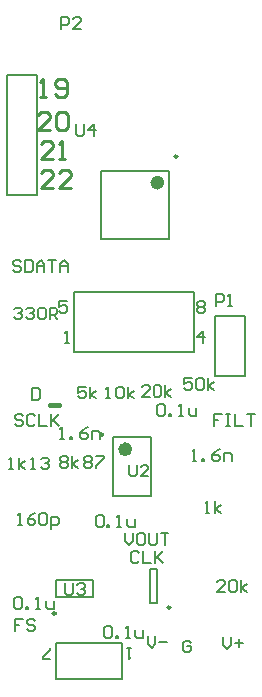
<source format=gto>
G04 Layer_Color=65535*
%FSLAX43Y43*%
%MOMM*%
G71*
G01*
G75*
%ADD19C,0.254*%
%ADD20C,0.200*%
%ADD40C,0.250*%
%ADD41C,0.600*%
%ADD42C,0.400*%
%ADD43C,0.184*%
D19*
X4016Y42700D02*
X3000D01*
X4016Y43716D01*
Y43970D01*
X3762Y44224D01*
X3254D01*
X3000Y43970D01*
X5539Y42700D02*
X4524D01*
X5539Y43716D01*
Y43970D01*
X5285Y44224D01*
X4777D01*
X4524Y43970D01*
X4016Y45200D02*
X3000D01*
X4016Y46216D01*
Y46470D01*
X3762Y46724D01*
X3254D01*
X3000Y46470D01*
X4524Y45200D02*
X5031D01*
X4777D01*
Y46724D01*
X4524Y46470D01*
X3716Y47600D02*
X2700D01*
X3716Y48616D01*
Y48870D01*
X3462Y49124D01*
X2954D01*
X2700Y48870D01*
X4224D02*
X4477Y49124D01*
X4985D01*
X5239Y48870D01*
Y47854D01*
X4985Y47600D01*
X4477D01*
X4224Y47854D01*
Y48870D01*
X2900Y50400D02*
X3408D01*
X3154D01*
Y51924D01*
X2900Y51670D01*
X4170Y50654D02*
X4424Y50400D01*
X4931D01*
X5185Y50654D01*
Y51670D01*
X4931Y51924D01*
X4424D01*
X4170Y51670D01*
Y51416D01*
X4424Y51162D01*
X5185D01*
D20*
X9100Y16600D02*
Y21600D01*
X12300Y16600D02*
Y21600D01*
X9100D02*
X12300D01*
X9100Y16600D02*
X12300D01*
X7350Y8100D02*
Y9500D01*
X4250Y8100D02*
Y9500D01*
X7350D01*
X4250Y8100D02*
X7350D01*
X12200Y7550D02*
X12800D01*
X12200Y10450D02*
X12800D01*
Y7550D02*
Y10450D01*
X12200Y7550D02*
Y10450D01*
X9870Y1130D02*
Y4200D01*
X4260Y1130D02*
X9870D01*
X4260D02*
Y4200D01*
X9870D01*
X130Y52310D02*
X2670D01*
Y42150D02*
Y52310D01*
X130Y42150D02*
Y52310D01*
Y42150D02*
X2670D01*
X5790Y28830D02*
X15950D01*
X5790D02*
Y33910D01*
X15950D01*
Y28830D02*
Y33910D01*
X20270Y26830D02*
Y31910D01*
X17730D02*
X20270D01*
X17730Y26830D02*
Y31910D01*
Y26830D02*
X20270D01*
X8075Y38425D02*
Y44175D01*
X13825Y38425D02*
Y44175D01*
X8075Y38425D02*
X13825D01*
X8075Y44175D02*
X13825D01*
D40*
X8200Y21830D02*
G03*
X8200Y21830I-125J0D01*
G01*
X4225Y6700D02*
G03*
X4225Y6700I-125J0D01*
G01*
X13935Y7190D02*
G03*
X13935Y7190I-125J0D01*
G01*
X14525Y45400D02*
G03*
X14525Y45400I-125J0D01*
G01*
D41*
X10400Y20600D02*
G03*
X10400Y20600I-300J0D01*
G01*
X13125Y43175D02*
G03*
X13125Y43175I-300J0D01*
G01*
D42*
X3700Y24375D02*
X4500D01*
D43*
X15766Y26600D02*
X15100D01*
Y26100D01*
X15433Y26266D01*
X15600D01*
X15766Y26100D01*
Y25767D01*
X15600Y25600D01*
X15267D01*
X15100Y25767D01*
X16100Y26433D02*
X16266Y26600D01*
X16600D01*
X16766Y26433D01*
Y25767D01*
X16600Y25600D01*
X16266D01*
X16100Y25767D01*
Y26433D01*
X17099Y25600D02*
Y26600D01*
Y25933D02*
X17599Y26266D01*
X17099Y25933D02*
X17599Y25600D01*
X12166Y25000D02*
X11500D01*
X12166Y25666D01*
Y25833D01*
X12000Y26000D01*
X11667D01*
X11500Y25833D01*
X12500D02*
X12666Y26000D01*
X13000D01*
X13166Y25833D01*
Y25167D01*
X13000Y25000D01*
X12666D01*
X12500Y25167D01*
Y25833D01*
X13499Y25000D02*
Y26000D01*
Y25333D02*
X13999Y25666D01*
X13499Y25333D02*
X13999Y25000D01*
X8500Y24900D02*
X8833D01*
X8667D01*
Y25900D01*
X8500Y25733D01*
X9333D02*
X9500Y25900D01*
X9833D01*
X10000Y25733D01*
Y25067D01*
X9833Y24900D01*
X9500D01*
X9333Y25067D01*
Y25733D01*
X10333Y24900D02*
Y25900D01*
Y25233D02*
X10833Y25566D01*
X10333Y25233D02*
X10833Y24900D01*
X6766Y25900D02*
X6100D01*
Y25400D01*
X6433Y25566D01*
X6600D01*
X6766Y25400D01*
Y25067D01*
X6600Y24900D01*
X6267D01*
X6100Y25067D01*
X7100Y24900D02*
Y25900D01*
Y25233D02*
X7600Y25566D01*
X7100Y25233D02*
X7600Y24900D01*
X700Y32433D02*
X867Y32600D01*
X1200D01*
X1366Y32433D01*
Y32266D01*
X1200Y32100D01*
X1033D01*
X1200D01*
X1366Y31933D01*
Y31767D01*
X1200Y31600D01*
X867D01*
X700Y31767D01*
X1700Y32433D02*
X1866Y32600D01*
X2200D01*
X2366Y32433D01*
Y32266D01*
X2200Y32100D01*
X2033D01*
X2200D01*
X2366Y31933D01*
Y31767D01*
X2200Y31600D01*
X1866D01*
X1700Y31767D01*
X2699Y32433D02*
X2866Y32600D01*
X3199D01*
X3366Y32433D01*
Y31767D01*
X3199Y31600D01*
X2866D01*
X2699Y31767D01*
Y32433D01*
X3699Y31600D02*
Y32600D01*
X4199D01*
X4365Y32433D01*
Y32100D01*
X4199Y31933D01*
X3699D01*
X4032D02*
X4365Y31600D01*
X2200Y25800D02*
Y24800D01*
X2700D01*
X2866Y24967D01*
Y25633D01*
X2700Y25800D01*
X2200D01*
X12800Y24233D02*
X12967Y24400D01*
X13300D01*
X13466Y24233D01*
Y23567D01*
X13300Y23400D01*
X12967D01*
X12800Y23567D01*
Y24233D01*
X13800Y23400D02*
Y23567D01*
X13966D01*
Y23400D01*
X13800D01*
X14633D02*
X14966D01*
X14799D01*
Y24400D01*
X14633Y24233D01*
X15466Y24066D02*
Y23567D01*
X15632Y23400D01*
X16132D01*
Y24066D01*
X10400Y19300D02*
Y18467D01*
X10567Y18300D01*
X10900D01*
X11066Y18467D01*
Y19300D01*
X12066Y18300D02*
X11400D01*
X12066Y18966D01*
Y19133D01*
X11900Y19300D01*
X11566D01*
X11400Y19133D01*
X4600Y21500D02*
X4933D01*
X4767D01*
Y22500D01*
X4600Y22333D01*
X5433Y21500D02*
Y21667D01*
X5600D01*
Y21500D01*
X5433D01*
X6933Y22500D02*
X6599Y22333D01*
X6266Y22000D01*
Y21667D01*
X6433Y21500D01*
X6766D01*
X6933Y21667D01*
Y21833D01*
X6766Y22000D01*
X6266D01*
X7266Y21500D02*
Y22166D01*
X7766D01*
X7932Y22000D01*
Y21500D01*
X7600Y14833D02*
X7767Y15000D01*
X8100D01*
X8266Y14833D01*
Y14167D01*
X8100Y14000D01*
X7767D01*
X7600Y14167D01*
Y14833D01*
X8600Y14000D02*
Y14167D01*
X8766D01*
Y14000D01*
X8600D01*
X9433D02*
X9766D01*
X9599D01*
Y15000D01*
X9433Y14833D01*
X10266Y14666D02*
Y14167D01*
X10432Y14000D01*
X10932D01*
Y14666D01*
X4600Y19833D02*
X4767Y20000D01*
X5100D01*
X5266Y19833D01*
Y19666D01*
X5100Y19500D01*
X5266Y19333D01*
Y19167D01*
X5100Y19000D01*
X4767D01*
X4600Y19167D01*
Y19333D01*
X4767Y19500D01*
X4600Y19666D01*
Y19833D01*
X4767Y19500D02*
X5100D01*
X5600Y19000D02*
Y20000D01*
Y19333D02*
X6100Y19666D01*
X5600Y19333D02*
X6100Y19000D01*
X6599Y19833D02*
X6766Y20000D01*
X7099D01*
X7266Y19833D01*
Y19666D01*
X7099Y19500D01*
X7266Y19333D01*
Y19167D01*
X7099Y19000D01*
X6766D01*
X6599Y19167D01*
Y19333D01*
X6766Y19500D01*
X6599Y19666D01*
Y19833D01*
X6766Y19500D02*
X7099D01*
X7599Y20000D02*
X8265D01*
Y19833D01*
X7599Y19167D01*
Y19000D01*
X5000Y9300D02*
Y8467D01*
X5167Y8300D01*
X5500D01*
X5666Y8467D01*
Y9300D01*
X6000Y9133D02*
X6166Y9300D01*
X6500D01*
X6666Y9133D01*
Y8966D01*
X6500Y8800D01*
X6333D01*
X6500D01*
X6666Y8633D01*
Y8467D01*
X6500Y8300D01*
X6166D01*
X6000Y8467D01*
X1000Y14200D02*
X1333D01*
X1167D01*
Y15200D01*
X1000Y15033D01*
X2500Y15200D02*
X2166Y15033D01*
X1833Y14700D01*
Y14367D01*
X2000Y14200D01*
X2333D01*
X2500Y14367D01*
Y14533D01*
X2333Y14700D01*
X1833D01*
X2833Y15033D02*
X2999Y15200D01*
X3333D01*
X3499Y15033D01*
Y14367D01*
X3333Y14200D01*
X2999D01*
X2833Y14367D01*
Y15033D01*
X3832Y13867D02*
Y14866D01*
X4332D01*
X4499Y14700D01*
Y14367D01*
X4332Y14200D01*
X3832D01*
X300Y18900D02*
X633D01*
X467D01*
Y19900D01*
X300Y19733D01*
X1133Y18900D02*
Y19900D01*
Y19233D02*
X1633Y19566D01*
X1133Y19233D02*
X1633Y18900D01*
X2133D02*
X2466D01*
X2299D01*
Y19900D01*
X2133Y19733D01*
X2966D02*
X3132Y19900D01*
X3466D01*
X3632Y19733D01*
Y19566D01*
X3466Y19400D01*
X3299D01*
X3466D01*
X3632Y19233D01*
Y19067D01*
X3466Y18900D01*
X3132D01*
X2966Y19067D01*
X15800Y19600D02*
X16133D01*
X15967D01*
Y20600D01*
X15800Y20433D01*
X16633Y19600D02*
Y19767D01*
X16800D01*
Y19600D01*
X16633D01*
X18133Y20600D02*
X17799Y20433D01*
X17466Y20100D01*
Y19767D01*
X17633Y19600D01*
X17966D01*
X18133Y19767D01*
Y19933D01*
X17966Y20100D01*
X17466D01*
X18466Y19600D02*
Y20266D01*
X18966D01*
X19132Y20100D01*
Y19600D01*
X16900Y15200D02*
X17233D01*
X17067D01*
Y16200D01*
X16900Y16033D01*
X17733Y15200D02*
Y16200D01*
Y15533D02*
X18233Y15866D01*
X17733Y15533D02*
X18233Y15200D01*
X700Y7933D02*
X867Y8100D01*
X1200D01*
X1366Y7933D01*
Y7267D01*
X1200Y7100D01*
X867D01*
X700Y7267D01*
Y7933D01*
X1700Y7100D02*
Y7267D01*
X1866D01*
Y7100D01*
X1700D01*
X2533D02*
X2866D01*
X2699D01*
Y8100D01*
X2533Y7933D01*
X3366Y7766D02*
Y7267D01*
X3532Y7100D01*
X4032D01*
Y7766D01*
X8300Y5433D02*
X8467Y5600D01*
X8800D01*
X8966Y5433D01*
Y4767D01*
X8800Y4600D01*
X8467D01*
X8300Y4767D01*
Y5433D01*
X9300Y4600D02*
Y4767D01*
X9466D01*
Y4600D01*
X9300D01*
X10133D02*
X10466D01*
X10299D01*
Y5600D01*
X10133Y5433D01*
X10966Y5266D02*
Y4767D01*
X11132Y4600D01*
X11632D01*
Y5266D01*
X1266Y36433D02*
X1100Y36600D01*
X767D01*
X600Y36433D01*
Y36266D01*
X767Y36100D01*
X1100D01*
X1266Y35933D01*
Y35767D01*
X1100Y35600D01*
X767D01*
X600Y35767D01*
X1600Y36600D02*
Y35600D01*
X2100D01*
X2266Y35767D01*
Y36433D01*
X2100Y36600D01*
X1600D01*
X2599Y35600D02*
Y36266D01*
X2933Y36600D01*
X3266Y36266D01*
Y35600D01*
Y36100D01*
X2599D01*
X3599Y36600D02*
X4265D01*
X3932D01*
Y35600D01*
X4599D02*
Y36266D01*
X4932Y36600D01*
X5265Y36266D01*
Y35600D01*
Y36100D01*
X4599D01*
X1466Y23433D02*
X1300Y23600D01*
X967D01*
X800Y23433D01*
Y23266D01*
X967Y23100D01*
X1300D01*
X1466Y22933D01*
Y22767D01*
X1300Y22600D01*
X967D01*
X800Y22767D01*
X2466Y23433D02*
X2300Y23600D01*
X1966D01*
X1800Y23433D01*
Y22767D01*
X1966Y22600D01*
X2300D01*
X2466Y22767D01*
X2799Y23600D02*
Y22600D01*
X3466D01*
X3799Y23600D02*
Y22600D01*
Y22933D01*
X4465Y23600D01*
X3966Y23100D01*
X4465Y22600D01*
X18266Y23600D02*
X17600D01*
Y23100D01*
X17933D01*
X17600D01*
Y22600D01*
X18600Y23600D02*
X18933D01*
X18766D01*
Y22600D01*
X18600D01*
X18933D01*
X19433Y23600D02*
Y22600D01*
X20099D01*
X20432Y23600D02*
X21099D01*
X20766D01*
Y22600D01*
X11266Y11833D02*
X11100Y12000D01*
X10767D01*
X10600Y11833D01*
Y11167D01*
X10767Y11000D01*
X11100D01*
X11266Y11167D01*
X11600Y12000D02*
Y11000D01*
X12266D01*
X12599Y12000D02*
Y11000D01*
Y11333D01*
X13266Y12000D01*
X12766Y11500D01*
X13266Y11000D01*
X10100Y13500D02*
Y12833D01*
X10433Y12500D01*
X10766Y12833D01*
Y13500D01*
X11600D02*
X11266D01*
X11100Y13333D01*
Y12667D01*
X11266Y12500D01*
X11600D01*
X11766Y12667D01*
Y13333D01*
X11600Y13500D01*
X12099D02*
Y12667D01*
X12266Y12500D01*
X12599D01*
X12766Y12667D01*
Y13500D01*
X13099D02*
X13765D01*
X13432D01*
Y12500D01*
X3770Y2808D02*
X3104D01*
Y2975D01*
X3770Y3641D01*
Y3808D01*
X10570D02*
X10237D01*
X10403D01*
Y2808D01*
X10570Y2975D01*
X18400Y4700D02*
Y4033D01*
X18733Y3700D01*
X19066Y4033D01*
Y4700D01*
X19400Y4200D02*
X20066D01*
X19733Y4533D02*
Y3867D01*
X15666Y4233D02*
X15500Y4400D01*
X15167D01*
X15000Y4233D01*
Y3567D01*
X15167Y3400D01*
X15500D01*
X15666Y3567D01*
Y3900D01*
X15333D01*
X12000Y4800D02*
Y4133D01*
X12333Y3800D01*
X12666Y4133D01*
Y4800D01*
X13000Y4300D02*
X13666D01*
X1466Y6200D02*
X800D01*
Y5700D01*
X1133D01*
X800D01*
Y5200D01*
X2466Y6033D02*
X2300Y6200D01*
X1966D01*
X1800Y6033D01*
Y5866D01*
X1966Y5700D01*
X2300D01*
X2466Y5533D01*
Y5367D01*
X2300Y5200D01*
X1966D01*
X1800Y5367D01*
X5186Y33132D02*
X4520D01*
Y32632D01*
X4853Y32798D01*
X5020D01*
X5186Y32632D01*
Y32299D01*
X5020Y32132D01*
X4687D01*
X4520Y32299D01*
X5028Y29592D02*
X5361D01*
X5195D01*
Y30592D01*
X5028Y30425D01*
X16704Y29592D02*
Y30592D01*
X16204Y30092D01*
X16870D01*
X16204Y32965D02*
X16371Y33132D01*
X16704D01*
X16870Y32965D01*
Y32798D01*
X16704Y32632D01*
X16870Y32465D01*
Y32299D01*
X16704Y32132D01*
X16371D01*
X16204Y32299D01*
Y32465D01*
X16371Y32632D01*
X16204Y32798D01*
Y32965D01*
X16371Y32632D02*
X16704D01*
X18566Y8500D02*
X17900D01*
X18566Y9166D01*
Y9333D01*
X18400Y9500D01*
X18067D01*
X17900Y9333D01*
X18900D02*
X19066Y9500D01*
X19400D01*
X19566Y9333D01*
Y8667D01*
X19400Y8500D01*
X19066D01*
X18900Y8667D01*
Y9333D01*
X19899Y8500D02*
Y9500D01*
Y8833D02*
X20399Y9166D01*
X19899Y8833D02*
X20399Y8500D01*
X4666Y56175D02*
Y57175D01*
X5166D01*
X5332Y57008D01*
Y56675D01*
X5166Y56509D01*
X4666D01*
X6332Y56175D02*
X5665D01*
X6332Y56842D01*
Y57008D01*
X6165Y57175D01*
X5832D01*
X5665Y57008D01*
X17823Y32706D02*
Y33705D01*
X18323D01*
X18489Y33539D01*
Y33206D01*
X18323Y33039D01*
X17823D01*
X18823Y32706D02*
X19156D01*
X18989D01*
Y33705D01*
X18823Y33539D01*
X5961Y48158D02*
Y47325D01*
X6128Y47158D01*
X6461D01*
X6628Y47325D01*
Y48158D01*
X7461Y47158D02*
Y48158D01*
X6961Y47658D01*
X7627D01*
M02*

</source>
